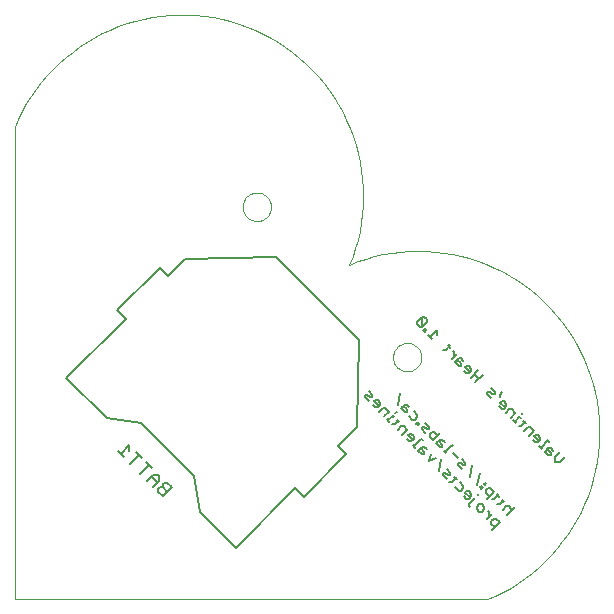
<source format=gbo>
G75*
G70*
%OFA0B0*%
%FSLAX24Y24*%
%IPPOS*%
%LPD*%
%AMOC8*
5,1,8,0,0,1.08239X$1,22.5*
%
%ADD10C,0.0000*%
%ADD11C,0.0060*%
%ADD12C,0.0050*%
%ADD13C,0.0080*%
D10*
X009756Y010038D02*
X009756Y025786D01*
X009873Y026053D01*
X010003Y026314D01*
X010146Y026569D01*
X010300Y026816D01*
X010467Y027055D01*
X010645Y027287D01*
X010833Y027509D01*
X011033Y027722D01*
X011242Y027925D01*
X011461Y028117D01*
X011689Y028299D01*
X011925Y028470D01*
X012170Y028629D01*
X012422Y028776D01*
X012680Y028911D01*
X012945Y029033D01*
X013216Y029142D01*
X013491Y029238D01*
X013771Y029320D01*
X014054Y029389D01*
X014340Y029444D01*
X014629Y029485D01*
X014919Y029513D01*
X015211Y029526D01*
X015502Y029525D01*
X015794Y029510D01*
X016084Y029481D01*
X016372Y029438D01*
X016658Y029381D01*
X016941Y029310D01*
X017220Y029226D01*
X017495Y029128D01*
X017765Y029017D01*
X018029Y028893D01*
X018286Y028757D01*
X018537Y028608D01*
X018781Y028448D01*
X019016Y028276D01*
X019243Y028092D01*
X019461Y027898D01*
X019669Y027694D01*
X019866Y027480D01*
X020054Y027256D01*
X020230Y027024D01*
X020395Y026783D01*
X020548Y026535D01*
X020689Y026280D01*
X020817Y026018D01*
X020933Y025750D01*
X021035Y025477D01*
X021125Y025200D01*
X021200Y024918D01*
X021262Y024633D01*
X021310Y024345D01*
X021345Y024056D01*
X021365Y023765D01*
X021371Y023473D01*
X021363Y023182D01*
X021341Y022891D01*
X021305Y022602D01*
X021255Y022314D01*
X021191Y022030D01*
X021113Y021749D01*
X021022Y021472D01*
X020918Y021199D01*
X022368Y018112D02*
X022370Y018155D01*
X022376Y018197D01*
X022386Y018239D01*
X022399Y018280D01*
X022416Y018320D01*
X022437Y018357D01*
X022461Y018393D01*
X022488Y018426D01*
X022518Y018457D01*
X022551Y018485D01*
X022586Y018510D01*
X022623Y018531D01*
X022662Y018549D01*
X022702Y018563D01*
X022744Y018574D01*
X022786Y018581D01*
X022829Y018584D01*
X022872Y018583D01*
X022915Y018578D01*
X022957Y018569D01*
X022998Y018557D01*
X023038Y018541D01*
X023076Y018521D01*
X023112Y018498D01*
X023146Y018471D01*
X023178Y018442D01*
X023206Y018410D01*
X023232Y018375D01*
X023254Y018339D01*
X023273Y018300D01*
X023288Y018260D01*
X023300Y018219D01*
X023308Y018176D01*
X023312Y018133D01*
X023312Y018091D01*
X023308Y018048D01*
X023300Y018005D01*
X023288Y017964D01*
X023273Y017924D01*
X023254Y017885D01*
X023232Y017849D01*
X023206Y017814D01*
X023178Y017782D01*
X023146Y017753D01*
X023112Y017726D01*
X023076Y017703D01*
X023038Y017683D01*
X022998Y017667D01*
X022957Y017655D01*
X022915Y017646D01*
X022872Y017641D01*
X022829Y017640D01*
X022786Y017643D01*
X022744Y017650D01*
X022702Y017661D01*
X022662Y017675D01*
X022623Y017693D01*
X022586Y017714D01*
X022551Y017739D01*
X022518Y017767D01*
X022488Y017798D01*
X022461Y017831D01*
X022437Y017867D01*
X022416Y017904D01*
X022399Y017944D01*
X022386Y017985D01*
X022376Y018027D01*
X022370Y018069D01*
X022368Y018112D01*
X020918Y021200D02*
X021190Y021304D01*
X021467Y021395D01*
X021748Y021473D01*
X022033Y021537D01*
X022320Y021587D01*
X022609Y021623D01*
X022900Y021645D01*
X023191Y021653D01*
X023483Y021647D01*
X023774Y021627D01*
X024063Y021592D01*
X024351Y021544D01*
X024636Y021482D01*
X024918Y021407D01*
X025195Y021317D01*
X025468Y021215D01*
X025736Y021099D01*
X025998Y020971D01*
X026253Y020830D01*
X026501Y020677D01*
X026742Y020512D01*
X026974Y020336D01*
X027198Y020148D01*
X027412Y019951D01*
X027616Y019743D01*
X027810Y019525D01*
X027994Y019298D01*
X028166Y019063D01*
X028326Y018819D01*
X028475Y018568D01*
X028611Y018311D01*
X028735Y018047D01*
X028846Y017777D01*
X028944Y017502D01*
X029028Y017223D01*
X029099Y016940D01*
X029156Y016654D01*
X029199Y016366D01*
X029228Y016076D01*
X029243Y015784D01*
X029244Y015493D01*
X029231Y015201D01*
X029203Y014911D01*
X029162Y014622D01*
X029107Y014336D01*
X029038Y014053D01*
X028956Y013773D01*
X028860Y013498D01*
X028751Y013227D01*
X028629Y012962D01*
X028494Y012704D01*
X028347Y012452D01*
X028188Y012207D01*
X028017Y011971D01*
X027835Y011743D01*
X027643Y011524D01*
X027440Y011315D01*
X027227Y011115D01*
X027005Y010927D01*
X026773Y010749D01*
X026534Y010582D01*
X026287Y010428D01*
X026032Y010285D01*
X025771Y010155D01*
X025504Y010038D01*
X009756Y010038D01*
X017357Y023123D02*
X017359Y023166D01*
X017365Y023208D01*
X017375Y023250D01*
X017388Y023291D01*
X017405Y023331D01*
X017426Y023368D01*
X017450Y023404D01*
X017477Y023437D01*
X017507Y023468D01*
X017540Y023496D01*
X017575Y023521D01*
X017612Y023542D01*
X017651Y023560D01*
X017691Y023574D01*
X017733Y023585D01*
X017775Y023592D01*
X017818Y023595D01*
X017861Y023594D01*
X017904Y023589D01*
X017946Y023580D01*
X017987Y023568D01*
X018027Y023552D01*
X018065Y023532D01*
X018101Y023509D01*
X018135Y023482D01*
X018167Y023453D01*
X018195Y023421D01*
X018221Y023386D01*
X018243Y023350D01*
X018262Y023311D01*
X018277Y023271D01*
X018289Y023230D01*
X018297Y023187D01*
X018301Y023144D01*
X018301Y023102D01*
X018297Y023059D01*
X018289Y023016D01*
X018277Y022975D01*
X018262Y022935D01*
X018243Y022896D01*
X018221Y022860D01*
X018195Y022825D01*
X018167Y022793D01*
X018135Y022764D01*
X018101Y022737D01*
X018065Y022714D01*
X018027Y022694D01*
X017987Y022678D01*
X017946Y022666D01*
X017904Y022657D01*
X017861Y022652D01*
X017818Y022651D01*
X017775Y022654D01*
X017733Y022661D01*
X017691Y022672D01*
X017651Y022686D01*
X017612Y022704D01*
X017575Y022725D01*
X017540Y022750D01*
X017507Y022778D01*
X017477Y022809D01*
X017450Y022842D01*
X017426Y022878D01*
X017405Y022915D01*
X017388Y022955D01*
X017375Y022996D01*
X017365Y023038D01*
X017359Y023080D01*
X017357Y023123D01*
D11*
X023174Y019292D02*
X023174Y019212D01*
X023255Y019132D01*
X023335Y019132D01*
X023335Y019453D01*
X023174Y019292D01*
X023335Y019132D02*
X023495Y019292D01*
X023495Y019373D01*
X023415Y019453D01*
X023335Y019453D01*
X023425Y019042D02*
X023385Y019002D01*
X023425Y018962D01*
X023465Y019002D01*
X023425Y019042D01*
X023525Y018862D02*
X023685Y018701D01*
X023605Y018781D02*
X023846Y019022D01*
X023846Y018862D01*
X024199Y018508D02*
X024280Y018428D01*
X024280Y018508D02*
X024119Y018347D01*
X024039Y018347D01*
X024376Y018331D02*
X024416Y018291D01*
X024416Y018131D01*
X024336Y018050D02*
X024497Y018211D01*
X024556Y018071D02*
X024436Y017950D01*
X024556Y017830D01*
X024637Y017830D01*
X024637Y017910D01*
X024516Y018031D01*
X024556Y018071D02*
X024637Y018071D01*
X024717Y017990D01*
X024817Y017810D02*
X024777Y017770D01*
X024937Y017610D01*
X024977Y017650D02*
X024977Y017730D01*
X024897Y017810D01*
X024817Y017810D01*
X024737Y017650D02*
X024817Y017570D01*
X024897Y017570D01*
X024977Y017650D01*
X025077Y017550D02*
X025238Y017389D01*
X025117Y017269D02*
X025358Y017510D01*
X025198Y017670D02*
X024957Y017430D01*
X025518Y016949D02*
X025598Y016949D01*
X025678Y016869D01*
X025758Y016869D01*
X025759Y016949D01*
X025638Y017069D01*
X025518Y016949D02*
X025518Y016869D01*
X025638Y016748D01*
X025929Y016779D02*
X025929Y016859D01*
X026009Y016939D01*
X025989Y016638D02*
X025949Y016598D01*
X026109Y016438D01*
X026149Y016478D02*
X026149Y016558D01*
X026069Y016638D01*
X025989Y016638D01*
X025908Y016478D02*
X025989Y016398D01*
X026069Y016398D01*
X026149Y016478D01*
X026249Y016378D02*
X026129Y016258D01*
X026249Y016378D02*
X026329Y016378D01*
X026450Y016258D01*
X026289Y016097D01*
X026383Y016004D02*
X026463Y015924D01*
X026423Y015964D02*
X026583Y016124D01*
X026623Y016084D01*
X026663Y016204D02*
X026703Y016245D01*
X026717Y015991D02*
X026797Y015911D01*
X026797Y015991D02*
X026636Y015830D01*
X026556Y015830D01*
X026736Y015650D02*
X026857Y015770D01*
X026937Y015770D01*
X027057Y015650D01*
X026897Y015490D01*
X027077Y015470D02*
X027237Y015310D01*
X027277Y015350D02*
X027277Y015430D01*
X027197Y015510D01*
X027117Y015510D01*
X027077Y015470D01*
X027037Y015350D02*
X027117Y015269D01*
X027197Y015269D01*
X027277Y015350D01*
X027250Y015136D02*
X027331Y015056D01*
X027291Y015096D02*
X027531Y015336D01*
X027571Y015296D01*
X027551Y015076D02*
X027431Y014956D01*
X027551Y014836D01*
X027631Y014836D01*
X027631Y014916D01*
X027511Y015036D01*
X027551Y015076D02*
X027631Y015076D01*
X027711Y014996D01*
X027771Y014776D02*
X027932Y014936D01*
X028092Y014776D02*
X027932Y014615D01*
X027771Y014615D01*
X027771Y014776D01*
X026422Y013105D02*
X026181Y012865D01*
X026301Y012985D02*
X026301Y013065D01*
X026221Y013145D01*
X026141Y013145D01*
X026021Y013025D01*
X025921Y013205D02*
X025841Y013205D01*
X025921Y013205D02*
X026081Y013366D01*
X026001Y013366D02*
X026081Y013285D01*
X025908Y013459D02*
X025827Y013539D01*
X025908Y013539D02*
X025747Y013379D01*
X025667Y013379D01*
X025574Y013472D02*
X025453Y013593D01*
X025453Y013673D01*
X025534Y013753D01*
X025614Y013753D01*
X025734Y013633D01*
X025493Y013392D01*
X025326Y013205D02*
X025407Y013125D01*
X025406Y013045D01*
X025326Y012965D01*
X025246Y012965D01*
X025166Y013045D01*
X025166Y013125D01*
X025246Y013205D01*
X025326Y013205D01*
X025543Y012988D02*
X025583Y012948D01*
X025583Y012788D01*
X025503Y012708D02*
X025664Y012868D01*
X025723Y012728D02*
X025643Y012648D01*
X025643Y012567D01*
X025764Y012447D01*
X025683Y012367D02*
X025924Y012608D01*
X025804Y012728D01*
X025723Y012728D01*
X024946Y013105D02*
X024906Y013145D01*
X024906Y013225D01*
X025106Y013425D01*
X025186Y013506D02*
X025226Y013546D01*
X025313Y013733D02*
X025353Y013773D01*
X025313Y013813D01*
X025273Y013773D01*
X025313Y013733D01*
X025434Y013853D02*
X025474Y013893D01*
X025434Y013933D01*
X025393Y013893D01*
X025434Y013853D01*
X025183Y013863D02*
X025263Y014264D01*
X025003Y014524D02*
X024923Y014123D01*
X024662Y014384D02*
X024542Y014504D01*
X024542Y014584D01*
X024622Y014584D01*
X024702Y014504D01*
X024783Y014504D01*
X024783Y014584D01*
X024662Y014704D01*
X024522Y014764D02*
X024362Y014925D01*
X024382Y015145D02*
X024342Y015185D01*
X024101Y014944D01*
X024141Y014904D02*
X024061Y014985D01*
X024008Y015118D02*
X024008Y015198D01*
X023888Y015319D01*
X023928Y015359D02*
X023807Y015238D01*
X023928Y015118D01*
X024008Y015118D01*
X024088Y015278D02*
X024008Y015359D01*
X023928Y015359D01*
X023868Y015499D02*
X023748Y015619D01*
X023667Y015619D01*
X023587Y015539D01*
X023587Y015459D01*
X023707Y015338D01*
X023948Y015579D01*
X023567Y015719D02*
X023567Y015799D01*
X023447Y015920D01*
X023407Y015799D02*
X023487Y015719D01*
X023567Y015719D01*
X023447Y015599D02*
X023327Y015719D01*
X023327Y015799D01*
X023407Y015799D01*
X023227Y015899D02*
X023187Y015939D01*
X023147Y015899D01*
X023187Y015859D01*
X023227Y015899D01*
X023097Y016029D02*
X023016Y016029D01*
X022896Y016150D01*
X022836Y016290D02*
X022836Y016370D01*
X022716Y016490D01*
X022756Y016530D02*
X022636Y016410D01*
X022756Y016290D01*
X022836Y016290D01*
X022916Y016450D02*
X022836Y016530D01*
X022756Y016530D01*
X022536Y016510D02*
X022616Y016911D01*
X022489Y016283D02*
X022449Y016243D01*
X022369Y016163D02*
X022208Y016002D01*
X022248Y015962D02*
X022168Y016043D01*
X022075Y016136D02*
X022235Y016296D01*
X022115Y016417D01*
X022035Y016417D01*
X021914Y016296D01*
X021854Y016436D02*
X021935Y016517D01*
X021935Y016597D01*
X021854Y016677D01*
X021774Y016677D01*
X021734Y016637D01*
X021895Y016477D01*
X021854Y016436D02*
X021774Y016436D01*
X021694Y016517D01*
X021554Y016657D02*
X021434Y016777D01*
X021434Y016857D01*
X021514Y016857D01*
X021594Y016777D01*
X021674Y016777D01*
X021674Y016857D01*
X021554Y016978D01*
X022369Y016163D02*
X022409Y016123D01*
X022502Y016029D02*
X022582Y015949D01*
X022582Y016029D02*
X022422Y015869D01*
X022342Y015869D01*
X022522Y015689D02*
X022642Y015809D01*
X022722Y015809D01*
X022843Y015689D01*
X022682Y015528D01*
X022862Y015509D02*
X023023Y015348D01*
X022983Y015308D02*
X023063Y015388D01*
X023063Y015468D01*
X022983Y015549D01*
X022903Y015549D01*
X022862Y015509D01*
X022822Y015388D02*
X022903Y015308D01*
X022983Y015308D01*
X023036Y015175D02*
X023116Y015094D01*
X023076Y015134D02*
X023317Y015375D01*
X023357Y015335D01*
X023337Y015115D02*
X023216Y014994D01*
X023337Y014874D01*
X023417Y014874D01*
X023417Y014954D01*
X023296Y015075D01*
X023337Y015115D02*
X023417Y015115D01*
X023497Y015034D01*
X023637Y014894D02*
X023557Y014654D01*
X023797Y014734D01*
X023978Y014714D02*
X023897Y014313D01*
X024038Y014253D02*
X024118Y014253D01*
X024198Y014173D01*
X024278Y014173D01*
X024278Y014253D01*
X024158Y014374D01*
X024038Y014253D02*
X024038Y014173D01*
X024158Y014053D01*
X024251Y013959D02*
X024331Y013959D01*
X024492Y014120D01*
X024492Y014040D02*
X024412Y014120D01*
X024592Y013940D02*
X024712Y013819D01*
X024712Y013739D01*
X024632Y013659D01*
X024552Y013659D01*
X024431Y013779D01*
X024772Y013599D02*
X024932Y013439D01*
X024892Y013399D02*
X024973Y013479D01*
X024973Y013559D01*
X024892Y013639D01*
X024812Y013639D01*
X024772Y013599D01*
X024732Y013479D02*
X024812Y013399D01*
X024892Y013399D01*
X023097Y016029D02*
X023177Y016110D01*
X023177Y016190D01*
X023056Y016310D01*
D12*
X021166Y015792D02*
X020530Y015155D01*
X020813Y014872D01*
X019398Y013458D01*
X019116Y013741D01*
X017136Y011761D01*
X015934Y012963D01*
X015722Y014165D01*
X013954Y015933D01*
X012822Y016074D01*
X011479Y017418D01*
X013459Y019398D01*
X013176Y019681D01*
X014590Y021095D01*
X014873Y020812D01*
X015439Y021378D01*
X018479Y021448D01*
X021237Y018691D01*
X021166Y015792D01*
D13*
X014986Y013771D02*
X014838Y013920D01*
X014738Y013920D01*
X014689Y013870D01*
X014689Y013771D01*
X014838Y013622D01*
X014689Y013474D02*
X014986Y013771D01*
X014689Y013771D02*
X014590Y013771D01*
X014540Y013721D01*
X014540Y013622D01*
X014689Y013474D01*
X014363Y013799D02*
X014562Y013997D01*
X014562Y014196D01*
X014363Y014196D01*
X014165Y013997D01*
X014314Y014146D02*
X014512Y013948D01*
X014335Y014422D02*
X014137Y014620D01*
X014236Y014521D02*
X013939Y014224D01*
X013613Y014549D02*
X013911Y014847D01*
X014010Y014747D02*
X013811Y014946D01*
X013585Y014974D02*
X013585Y015172D01*
X013288Y014875D01*
X013387Y014776D02*
X013189Y014974D01*
M02*

</source>
